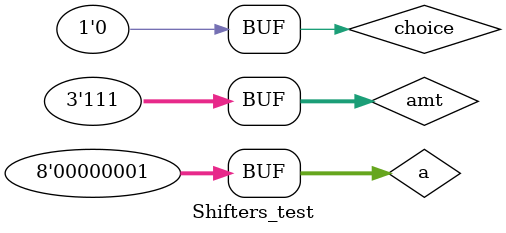
<source format=v>
`timescale 1ns / 1ps

module Shifters_test;
    
    reg [7:0] a;
    reg [2:0] amt;
    reg choice;

    wire [7:0] ystage;
    wire [7:0] ycase;

Shifters_stage UUTs(
    .a(a),
    .amt(amt),
    .choice(choice),
    .y(ystage)
);

Shifters_case UUTc(
    .a(a),
    .amt(amt),
    .choice(choice),
    .y(ycase)
);

    initial begin
        a = 8'b11010111;
        choice = 0;
        amt = 1; #10;
        amt = 2; #10;
        amt = 3; #10;
        amt = 4; #10;
        amt = 5; #10;
        amt = 6; #10;
        amt = 7; #10;
        a = 8'b11110011;
        choice = 1;
        amt = 1; #10;
        amt = 2; #10;
        amt = 3; #10;
        amt = 4; #10;
        amt = 5; #10;
        amt = 6; #10;
        amt = 7; #10;
        a = 8'b00000001;
        amt = 1; #10;
        amt = 2; #10;
        amt = 3; #10;
        choice = 0;
        amt = 4; #10;
        amt = 5; #10;
        amt = 6; #10;
        amt = 7; #10;
    end


endmodule

</source>
